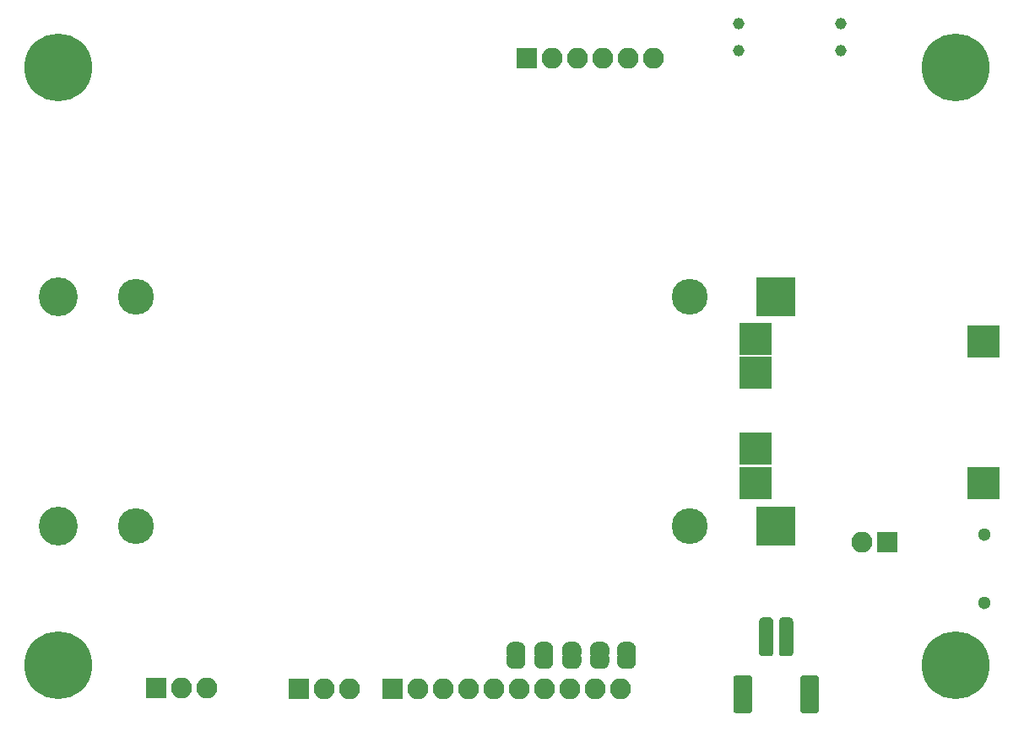
<source format=gbr>
G04 #@! TF.GenerationSoftware,KiCad,Pcbnew,(5.1.5-0-10_14)*
G04 #@! TF.CreationDate,2020-04-19T20:25:50+02:00*
G04 #@! TF.ProjectId,inuk-base,696e756b-2d62-4617-9365-2e6b69636164,rev?*
G04 #@! TF.SameCoordinates,Original*
G04 #@! TF.FileFunction,Soldermask,Bot*
G04 #@! TF.FilePolarity,Negative*
%FSLAX46Y46*%
G04 Gerber Fmt 4.6, Leading zero omitted, Abs format (unit mm)*
G04 Created by KiCad (PCBNEW (5.1.5-0-10_14)) date 2020-04-19 20:25:50*
%MOMM*%
%LPD*%
G04 APERTURE LIST*
%ADD10O,2.100000X2.100000*%
%ADD11R,2.100000X2.100000*%
%ADD12C,1.150000*%
%ADD13C,0.100000*%
%ADD14C,1.300000*%
%ADD15R,3.200000X3.200000*%
%ADD16C,1.200000*%
%ADD17C,6.800000*%
%ADD18C,3.600000*%
%ADD19R,3.900000X3.900000*%
%ADD20C,3.900000*%
G04 APERTURE END LIST*
D10*
X96090000Y-142390000D03*
X98630000Y-142390000D03*
D11*
X93550000Y-142390000D03*
D10*
X101170000Y-142390000D03*
X103710000Y-142390000D03*
X106250000Y-142390000D03*
X108790000Y-142390000D03*
X111330000Y-142390000D03*
X113870000Y-142390000D03*
X116410000Y-142390000D03*
D12*
X138450000Y-75525000D03*
X138450000Y-78275000D03*
X128250000Y-75525000D03*
X128250000Y-78275000D03*
D13*
G36*
X129314372Y-141001525D02*
G01*
X129345112Y-141006085D01*
X129375257Y-141013636D01*
X129404516Y-141024105D01*
X129432609Y-141037392D01*
X129459264Y-141053368D01*
X129484224Y-141071880D01*
X129507250Y-141092750D01*
X129528120Y-141115776D01*
X129546632Y-141140736D01*
X129562608Y-141167391D01*
X129575895Y-141195484D01*
X129586364Y-141224743D01*
X129593915Y-141254888D01*
X129598475Y-141285628D01*
X129600000Y-141316667D01*
X129600000Y-144483333D01*
X129598475Y-144514372D01*
X129593915Y-144545112D01*
X129586364Y-144575257D01*
X129575895Y-144604516D01*
X129562608Y-144632609D01*
X129546632Y-144659264D01*
X129528120Y-144684224D01*
X129507250Y-144707250D01*
X129484224Y-144728120D01*
X129459264Y-144746632D01*
X129432609Y-144762608D01*
X129404516Y-144775895D01*
X129375257Y-144786364D01*
X129345112Y-144793915D01*
X129314372Y-144798475D01*
X129283333Y-144800000D01*
X128016667Y-144800000D01*
X127985628Y-144798475D01*
X127954888Y-144793915D01*
X127924743Y-144786364D01*
X127895484Y-144775895D01*
X127867391Y-144762608D01*
X127840736Y-144746632D01*
X127815776Y-144728120D01*
X127792750Y-144707250D01*
X127771880Y-144684224D01*
X127753368Y-144659264D01*
X127737392Y-144632609D01*
X127724105Y-144604516D01*
X127713636Y-144575257D01*
X127706085Y-144545112D01*
X127701525Y-144514372D01*
X127700000Y-144483333D01*
X127700000Y-141316667D01*
X127701525Y-141285628D01*
X127706085Y-141254888D01*
X127713636Y-141224743D01*
X127724105Y-141195484D01*
X127737392Y-141167391D01*
X127753368Y-141140736D01*
X127771880Y-141115776D01*
X127792750Y-141092750D01*
X127815776Y-141071880D01*
X127840736Y-141053368D01*
X127867391Y-141037392D01*
X127895484Y-141024105D01*
X127924743Y-141013636D01*
X127954888Y-141006085D01*
X127985628Y-141001525D01*
X128016667Y-141000000D01*
X129283333Y-141000000D01*
X129314372Y-141001525D01*
G37*
G36*
X136014372Y-141001525D02*
G01*
X136045112Y-141006085D01*
X136075257Y-141013636D01*
X136104516Y-141024105D01*
X136132609Y-141037392D01*
X136159264Y-141053368D01*
X136184224Y-141071880D01*
X136207250Y-141092750D01*
X136228120Y-141115776D01*
X136246632Y-141140736D01*
X136262608Y-141167391D01*
X136275895Y-141195484D01*
X136286364Y-141224743D01*
X136293915Y-141254888D01*
X136298475Y-141285628D01*
X136300000Y-141316667D01*
X136300000Y-144483333D01*
X136298475Y-144514372D01*
X136293915Y-144545112D01*
X136286364Y-144575257D01*
X136275895Y-144604516D01*
X136262608Y-144632609D01*
X136246632Y-144659264D01*
X136228120Y-144684224D01*
X136207250Y-144707250D01*
X136184224Y-144728120D01*
X136159264Y-144746632D01*
X136132609Y-144762608D01*
X136104516Y-144775895D01*
X136075257Y-144786364D01*
X136045112Y-144793915D01*
X136014372Y-144798475D01*
X135983333Y-144800000D01*
X134716667Y-144800000D01*
X134685628Y-144798475D01*
X134654888Y-144793915D01*
X134624743Y-144786364D01*
X134595484Y-144775895D01*
X134567391Y-144762608D01*
X134540736Y-144746632D01*
X134515776Y-144728120D01*
X134492750Y-144707250D01*
X134471880Y-144684224D01*
X134453368Y-144659264D01*
X134437392Y-144632609D01*
X134424105Y-144604516D01*
X134413636Y-144575257D01*
X134406085Y-144545112D01*
X134401525Y-144514372D01*
X134400000Y-144483333D01*
X134400000Y-141316667D01*
X134401525Y-141285628D01*
X134406085Y-141254888D01*
X134413636Y-141224743D01*
X134424105Y-141195484D01*
X134437392Y-141167391D01*
X134453368Y-141140736D01*
X134471880Y-141115776D01*
X134492750Y-141092750D01*
X134515776Y-141071880D01*
X134540736Y-141053368D01*
X134567391Y-141037392D01*
X134595484Y-141024105D01*
X134624743Y-141013636D01*
X134654888Y-141006085D01*
X134685628Y-141001525D01*
X134716667Y-141000000D01*
X135983333Y-141000000D01*
X136014372Y-141001525D01*
G37*
G36*
X131384306Y-135201685D02*
G01*
X131418282Y-135206725D01*
X131451600Y-135215071D01*
X131483939Y-135226642D01*
X131514989Y-135241328D01*
X131544450Y-135258986D01*
X131572038Y-135279446D01*
X131597487Y-135302513D01*
X131620554Y-135327962D01*
X131641014Y-135355550D01*
X131658672Y-135385011D01*
X131673358Y-135416061D01*
X131684929Y-135448400D01*
X131693275Y-135481718D01*
X131698315Y-135515694D01*
X131700000Y-135550000D01*
X131700000Y-138750000D01*
X131698315Y-138784306D01*
X131693275Y-138818282D01*
X131684929Y-138851600D01*
X131673358Y-138883939D01*
X131658672Y-138914989D01*
X131641014Y-138944450D01*
X131620554Y-138972038D01*
X131597487Y-138997487D01*
X131572038Y-139020554D01*
X131544450Y-139041014D01*
X131514989Y-139058672D01*
X131483939Y-139073358D01*
X131451600Y-139084929D01*
X131418282Y-139093275D01*
X131384306Y-139098315D01*
X131350000Y-139100000D01*
X130650000Y-139100000D01*
X130615694Y-139098315D01*
X130581718Y-139093275D01*
X130548400Y-139084929D01*
X130516061Y-139073358D01*
X130485011Y-139058672D01*
X130455550Y-139041014D01*
X130427962Y-139020554D01*
X130402513Y-138997487D01*
X130379446Y-138972038D01*
X130358986Y-138944450D01*
X130341328Y-138914989D01*
X130326642Y-138883939D01*
X130315071Y-138851600D01*
X130306725Y-138818282D01*
X130301685Y-138784306D01*
X130300000Y-138750000D01*
X130300000Y-135550000D01*
X130301685Y-135515694D01*
X130306725Y-135481718D01*
X130315071Y-135448400D01*
X130326642Y-135416061D01*
X130341328Y-135385011D01*
X130358986Y-135355550D01*
X130379446Y-135327962D01*
X130402513Y-135302513D01*
X130427962Y-135279446D01*
X130455550Y-135258986D01*
X130485011Y-135241328D01*
X130516061Y-135226642D01*
X130548400Y-135215071D01*
X130581718Y-135206725D01*
X130615694Y-135201685D01*
X130650000Y-135200000D01*
X131350000Y-135200000D01*
X131384306Y-135201685D01*
G37*
G36*
X133384306Y-135201685D02*
G01*
X133418282Y-135206725D01*
X133451600Y-135215071D01*
X133483939Y-135226642D01*
X133514989Y-135241328D01*
X133544450Y-135258986D01*
X133572038Y-135279446D01*
X133597487Y-135302513D01*
X133620554Y-135327962D01*
X133641014Y-135355550D01*
X133658672Y-135385011D01*
X133673358Y-135416061D01*
X133684929Y-135448400D01*
X133693275Y-135481718D01*
X133698315Y-135515694D01*
X133700000Y-135550000D01*
X133700000Y-138750000D01*
X133698315Y-138784306D01*
X133693275Y-138818282D01*
X133684929Y-138851600D01*
X133673358Y-138883939D01*
X133658672Y-138914989D01*
X133641014Y-138944450D01*
X133620554Y-138972038D01*
X133597487Y-138997487D01*
X133572038Y-139020554D01*
X133544450Y-139041014D01*
X133514989Y-139058672D01*
X133483939Y-139073358D01*
X133451600Y-139084929D01*
X133418282Y-139093275D01*
X133384306Y-139098315D01*
X133350000Y-139100000D01*
X132650000Y-139100000D01*
X132615694Y-139098315D01*
X132581718Y-139093275D01*
X132548400Y-139084929D01*
X132516061Y-139073358D01*
X132485011Y-139058672D01*
X132455550Y-139041014D01*
X132427962Y-139020554D01*
X132402513Y-138997487D01*
X132379446Y-138972038D01*
X132358986Y-138944450D01*
X132341328Y-138914989D01*
X132326642Y-138883939D01*
X132315071Y-138851600D01*
X132306725Y-138818282D01*
X132301685Y-138784306D01*
X132300000Y-138750000D01*
X132300000Y-135550000D01*
X132301685Y-135515694D01*
X132306725Y-135481718D01*
X132315071Y-135448400D01*
X132326642Y-135416061D01*
X132341328Y-135385011D01*
X132358986Y-135355550D01*
X132379446Y-135327962D01*
X132402513Y-135302513D01*
X132427962Y-135279446D01*
X132455550Y-135258986D01*
X132485011Y-135241328D01*
X132516061Y-135226642D01*
X132548400Y-135215071D01*
X132581718Y-135206725D01*
X132615694Y-135201685D01*
X132650000Y-135200000D01*
X133350000Y-135200000D01*
X133384306Y-135201685D01*
G37*
D14*
X152900000Y-126900000D03*
X152900000Y-133700000D03*
D10*
X140560000Y-127600000D03*
D11*
X143100000Y-127600000D03*
D10*
X89180000Y-142400000D03*
X86640000Y-142400000D03*
D11*
X84100000Y-142400000D03*
D10*
X74940000Y-142300000D03*
X72400000Y-142300000D03*
D11*
X69860000Y-142300000D03*
D15*
X129900000Y-110600000D03*
X129900000Y-118200000D03*
X129900000Y-107200000D03*
X129900000Y-121700000D03*
X152800000Y-107500000D03*
X152800000Y-121700000D03*
D13*
G36*
X117949398Y-139656112D02*
G01*
X117949398Y-139674534D01*
X117948435Y-139694140D01*
X117943625Y-139742971D01*
X117940746Y-139762380D01*
X117931174Y-139810505D01*
X117926404Y-139829548D01*
X117912160Y-139876503D01*
X117905549Y-139894980D01*
X117886772Y-139940313D01*
X117878377Y-139958061D01*
X117855246Y-140001334D01*
X117845160Y-140018162D01*
X117817900Y-140058961D01*
X117806205Y-140074730D01*
X117775077Y-140112659D01*
X117761897Y-140127200D01*
X117727200Y-140161897D01*
X117712659Y-140175077D01*
X117674730Y-140206205D01*
X117658961Y-140217900D01*
X117618162Y-140245160D01*
X117601334Y-140255246D01*
X117558061Y-140278377D01*
X117540313Y-140286772D01*
X117494980Y-140305549D01*
X117476503Y-140312160D01*
X117429548Y-140326404D01*
X117410505Y-140331174D01*
X117362380Y-140340746D01*
X117342971Y-140343625D01*
X117294140Y-140348435D01*
X117274534Y-140349398D01*
X117256112Y-140349398D01*
X117250000Y-140350000D01*
X116750000Y-140350000D01*
X116743888Y-140349398D01*
X116725466Y-140349398D01*
X116705860Y-140348435D01*
X116657029Y-140343625D01*
X116637620Y-140340746D01*
X116589495Y-140331174D01*
X116570452Y-140326404D01*
X116523497Y-140312160D01*
X116505020Y-140305549D01*
X116459687Y-140286772D01*
X116441939Y-140278377D01*
X116398666Y-140255246D01*
X116381838Y-140245160D01*
X116341039Y-140217900D01*
X116325270Y-140206205D01*
X116287341Y-140175077D01*
X116272800Y-140161897D01*
X116238103Y-140127200D01*
X116224923Y-140112659D01*
X116193795Y-140074730D01*
X116182100Y-140058961D01*
X116154840Y-140018162D01*
X116144754Y-140001334D01*
X116121623Y-139958061D01*
X116113228Y-139940313D01*
X116094451Y-139894980D01*
X116087840Y-139876503D01*
X116073596Y-139829548D01*
X116068826Y-139810505D01*
X116059254Y-139762380D01*
X116056375Y-139742971D01*
X116051565Y-139694140D01*
X116050602Y-139674534D01*
X116050602Y-139656112D01*
X116050000Y-139650000D01*
X116050000Y-139150000D01*
X116053843Y-139110982D01*
X116065224Y-139073463D01*
X116083706Y-139038886D01*
X116108579Y-139008579D01*
X116138886Y-138983706D01*
X116173463Y-138965224D01*
X116210982Y-138953843D01*
X116250000Y-138950000D01*
X117750000Y-138950000D01*
X117789018Y-138953843D01*
X117826537Y-138965224D01*
X117861114Y-138983706D01*
X117891421Y-139008579D01*
X117916294Y-139038886D01*
X117934776Y-139073463D01*
X117946157Y-139110982D01*
X117950000Y-139150000D01*
X117950000Y-139650000D01*
X117949398Y-139656112D01*
G37*
G36*
X117946157Y-138889018D02*
G01*
X117934776Y-138926537D01*
X117916294Y-138961114D01*
X117891421Y-138991421D01*
X117861114Y-139016294D01*
X117826537Y-139034776D01*
X117789018Y-139046157D01*
X117750000Y-139050000D01*
X116250000Y-139050000D01*
X116210982Y-139046157D01*
X116173463Y-139034776D01*
X116138886Y-139016294D01*
X116108579Y-138991421D01*
X116083706Y-138961114D01*
X116065224Y-138926537D01*
X116053843Y-138889018D01*
X116050000Y-138850000D01*
X116050000Y-138350000D01*
X116050602Y-138343888D01*
X116050602Y-138325466D01*
X116051565Y-138305860D01*
X116056375Y-138257029D01*
X116059254Y-138237620D01*
X116068826Y-138189495D01*
X116073596Y-138170452D01*
X116087840Y-138123497D01*
X116094451Y-138105020D01*
X116113228Y-138059687D01*
X116121623Y-138041939D01*
X116144754Y-137998666D01*
X116154840Y-137981838D01*
X116182100Y-137941039D01*
X116193795Y-137925270D01*
X116224923Y-137887341D01*
X116238103Y-137872800D01*
X116272800Y-137838103D01*
X116287341Y-137824923D01*
X116325270Y-137793795D01*
X116341039Y-137782100D01*
X116381838Y-137754840D01*
X116398666Y-137744754D01*
X116441939Y-137721623D01*
X116459687Y-137713228D01*
X116505020Y-137694451D01*
X116523497Y-137687840D01*
X116570452Y-137673596D01*
X116589495Y-137668826D01*
X116637620Y-137659254D01*
X116657029Y-137656375D01*
X116705860Y-137651565D01*
X116725466Y-137650602D01*
X116743888Y-137650602D01*
X116750000Y-137650000D01*
X117250000Y-137650000D01*
X117256112Y-137650602D01*
X117274534Y-137650602D01*
X117294140Y-137651565D01*
X117342971Y-137656375D01*
X117362380Y-137659254D01*
X117410505Y-137668826D01*
X117429548Y-137673596D01*
X117476503Y-137687840D01*
X117494980Y-137694451D01*
X117540313Y-137713228D01*
X117558061Y-137721623D01*
X117601334Y-137744754D01*
X117618162Y-137754840D01*
X117658961Y-137782100D01*
X117674730Y-137793795D01*
X117712659Y-137824923D01*
X117727200Y-137838103D01*
X117761897Y-137872800D01*
X117775077Y-137887341D01*
X117806205Y-137925270D01*
X117817900Y-137941039D01*
X117845160Y-137981838D01*
X117855246Y-137998666D01*
X117878377Y-138041939D01*
X117886772Y-138059687D01*
X117905549Y-138105020D01*
X117912160Y-138123497D01*
X117926404Y-138170452D01*
X117931174Y-138189495D01*
X117940746Y-138237620D01*
X117943625Y-138257029D01*
X117948435Y-138305860D01*
X117949398Y-138325466D01*
X117949398Y-138343888D01*
X117950000Y-138350000D01*
X117950000Y-138850000D01*
X117946157Y-138889018D01*
G37*
G36*
X115249398Y-139656112D02*
G01*
X115249398Y-139674534D01*
X115248435Y-139694140D01*
X115243625Y-139742971D01*
X115240746Y-139762380D01*
X115231174Y-139810505D01*
X115226404Y-139829548D01*
X115212160Y-139876503D01*
X115205549Y-139894980D01*
X115186772Y-139940313D01*
X115178377Y-139958061D01*
X115155246Y-140001334D01*
X115145160Y-140018162D01*
X115117900Y-140058961D01*
X115106205Y-140074730D01*
X115075077Y-140112659D01*
X115061897Y-140127200D01*
X115027200Y-140161897D01*
X115012659Y-140175077D01*
X114974730Y-140206205D01*
X114958961Y-140217900D01*
X114918162Y-140245160D01*
X114901334Y-140255246D01*
X114858061Y-140278377D01*
X114840313Y-140286772D01*
X114794980Y-140305549D01*
X114776503Y-140312160D01*
X114729548Y-140326404D01*
X114710505Y-140331174D01*
X114662380Y-140340746D01*
X114642971Y-140343625D01*
X114594140Y-140348435D01*
X114574534Y-140349398D01*
X114556112Y-140349398D01*
X114550000Y-140350000D01*
X114050000Y-140350000D01*
X114043888Y-140349398D01*
X114025466Y-140349398D01*
X114005860Y-140348435D01*
X113957029Y-140343625D01*
X113937620Y-140340746D01*
X113889495Y-140331174D01*
X113870452Y-140326404D01*
X113823497Y-140312160D01*
X113805020Y-140305549D01*
X113759687Y-140286772D01*
X113741939Y-140278377D01*
X113698666Y-140255246D01*
X113681838Y-140245160D01*
X113641039Y-140217900D01*
X113625270Y-140206205D01*
X113587341Y-140175077D01*
X113572800Y-140161897D01*
X113538103Y-140127200D01*
X113524923Y-140112659D01*
X113493795Y-140074730D01*
X113482100Y-140058961D01*
X113454840Y-140018162D01*
X113444754Y-140001334D01*
X113421623Y-139958061D01*
X113413228Y-139940313D01*
X113394451Y-139894980D01*
X113387840Y-139876503D01*
X113373596Y-139829548D01*
X113368826Y-139810505D01*
X113359254Y-139762380D01*
X113356375Y-139742971D01*
X113351565Y-139694140D01*
X113350602Y-139674534D01*
X113350602Y-139656112D01*
X113350000Y-139650000D01*
X113350000Y-139150000D01*
X113353843Y-139110982D01*
X113365224Y-139073463D01*
X113383706Y-139038886D01*
X113408579Y-139008579D01*
X113438886Y-138983706D01*
X113473463Y-138965224D01*
X113510982Y-138953843D01*
X113550000Y-138950000D01*
X115050000Y-138950000D01*
X115089018Y-138953843D01*
X115126537Y-138965224D01*
X115161114Y-138983706D01*
X115191421Y-139008579D01*
X115216294Y-139038886D01*
X115234776Y-139073463D01*
X115246157Y-139110982D01*
X115250000Y-139150000D01*
X115250000Y-139650000D01*
X115249398Y-139656112D01*
G37*
G36*
X115246157Y-138889018D02*
G01*
X115234776Y-138926537D01*
X115216294Y-138961114D01*
X115191421Y-138991421D01*
X115161114Y-139016294D01*
X115126537Y-139034776D01*
X115089018Y-139046157D01*
X115050000Y-139050000D01*
X113550000Y-139050000D01*
X113510982Y-139046157D01*
X113473463Y-139034776D01*
X113438886Y-139016294D01*
X113408579Y-138991421D01*
X113383706Y-138961114D01*
X113365224Y-138926537D01*
X113353843Y-138889018D01*
X113350000Y-138850000D01*
X113350000Y-138350000D01*
X113350602Y-138343888D01*
X113350602Y-138325466D01*
X113351565Y-138305860D01*
X113356375Y-138257029D01*
X113359254Y-138237620D01*
X113368826Y-138189495D01*
X113373596Y-138170452D01*
X113387840Y-138123497D01*
X113394451Y-138105020D01*
X113413228Y-138059687D01*
X113421623Y-138041939D01*
X113444754Y-137998666D01*
X113454840Y-137981838D01*
X113482100Y-137941039D01*
X113493795Y-137925270D01*
X113524923Y-137887341D01*
X113538103Y-137872800D01*
X113572800Y-137838103D01*
X113587341Y-137824923D01*
X113625270Y-137793795D01*
X113641039Y-137782100D01*
X113681838Y-137754840D01*
X113698666Y-137744754D01*
X113741939Y-137721623D01*
X113759687Y-137713228D01*
X113805020Y-137694451D01*
X113823497Y-137687840D01*
X113870452Y-137673596D01*
X113889495Y-137668826D01*
X113937620Y-137659254D01*
X113957029Y-137656375D01*
X114005860Y-137651565D01*
X114025466Y-137650602D01*
X114043888Y-137650602D01*
X114050000Y-137650000D01*
X114550000Y-137650000D01*
X114556112Y-137650602D01*
X114574534Y-137650602D01*
X114594140Y-137651565D01*
X114642971Y-137656375D01*
X114662380Y-137659254D01*
X114710505Y-137668826D01*
X114729548Y-137673596D01*
X114776503Y-137687840D01*
X114794980Y-137694451D01*
X114840313Y-137713228D01*
X114858061Y-137721623D01*
X114901334Y-137744754D01*
X114918162Y-137754840D01*
X114958961Y-137782100D01*
X114974730Y-137793795D01*
X115012659Y-137824923D01*
X115027200Y-137838103D01*
X115061897Y-137872800D01*
X115075077Y-137887341D01*
X115106205Y-137925270D01*
X115117900Y-137941039D01*
X115145160Y-137981838D01*
X115155246Y-137998666D01*
X115178377Y-138041939D01*
X115186772Y-138059687D01*
X115205549Y-138105020D01*
X115212160Y-138123497D01*
X115226404Y-138170452D01*
X115231174Y-138189495D01*
X115240746Y-138237620D01*
X115243625Y-138257029D01*
X115248435Y-138305860D01*
X115249398Y-138325466D01*
X115249398Y-138343888D01*
X115250000Y-138350000D01*
X115250000Y-138850000D01*
X115246157Y-138889018D01*
G37*
G36*
X112449398Y-139656112D02*
G01*
X112449398Y-139674534D01*
X112448435Y-139694140D01*
X112443625Y-139742971D01*
X112440746Y-139762380D01*
X112431174Y-139810505D01*
X112426404Y-139829548D01*
X112412160Y-139876503D01*
X112405549Y-139894980D01*
X112386772Y-139940313D01*
X112378377Y-139958061D01*
X112355246Y-140001334D01*
X112345160Y-140018162D01*
X112317900Y-140058961D01*
X112306205Y-140074730D01*
X112275077Y-140112659D01*
X112261897Y-140127200D01*
X112227200Y-140161897D01*
X112212659Y-140175077D01*
X112174730Y-140206205D01*
X112158961Y-140217900D01*
X112118162Y-140245160D01*
X112101334Y-140255246D01*
X112058061Y-140278377D01*
X112040313Y-140286772D01*
X111994980Y-140305549D01*
X111976503Y-140312160D01*
X111929548Y-140326404D01*
X111910505Y-140331174D01*
X111862380Y-140340746D01*
X111842971Y-140343625D01*
X111794140Y-140348435D01*
X111774534Y-140349398D01*
X111756112Y-140349398D01*
X111750000Y-140350000D01*
X111250000Y-140350000D01*
X111243888Y-140349398D01*
X111225466Y-140349398D01*
X111205860Y-140348435D01*
X111157029Y-140343625D01*
X111137620Y-140340746D01*
X111089495Y-140331174D01*
X111070452Y-140326404D01*
X111023497Y-140312160D01*
X111005020Y-140305549D01*
X110959687Y-140286772D01*
X110941939Y-140278377D01*
X110898666Y-140255246D01*
X110881838Y-140245160D01*
X110841039Y-140217900D01*
X110825270Y-140206205D01*
X110787341Y-140175077D01*
X110772800Y-140161897D01*
X110738103Y-140127200D01*
X110724923Y-140112659D01*
X110693795Y-140074730D01*
X110682100Y-140058961D01*
X110654840Y-140018162D01*
X110644754Y-140001334D01*
X110621623Y-139958061D01*
X110613228Y-139940313D01*
X110594451Y-139894980D01*
X110587840Y-139876503D01*
X110573596Y-139829548D01*
X110568826Y-139810505D01*
X110559254Y-139762380D01*
X110556375Y-139742971D01*
X110551565Y-139694140D01*
X110550602Y-139674534D01*
X110550602Y-139656112D01*
X110550000Y-139650000D01*
X110550000Y-139150000D01*
X110553843Y-139110982D01*
X110565224Y-139073463D01*
X110583706Y-139038886D01*
X110608579Y-139008579D01*
X110638886Y-138983706D01*
X110673463Y-138965224D01*
X110710982Y-138953843D01*
X110750000Y-138950000D01*
X112250000Y-138950000D01*
X112289018Y-138953843D01*
X112326537Y-138965224D01*
X112361114Y-138983706D01*
X112391421Y-139008579D01*
X112416294Y-139038886D01*
X112434776Y-139073463D01*
X112446157Y-139110982D01*
X112450000Y-139150000D01*
X112450000Y-139650000D01*
X112449398Y-139656112D01*
G37*
G36*
X112446157Y-138889018D02*
G01*
X112434776Y-138926537D01*
X112416294Y-138961114D01*
X112391421Y-138991421D01*
X112361114Y-139016294D01*
X112326537Y-139034776D01*
X112289018Y-139046157D01*
X112250000Y-139050000D01*
X110750000Y-139050000D01*
X110710982Y-139046157D01*
X110673463Y-139034776D01*
X110638886Y-139016294D01*
X110608579Y-138991421D01*
X110583706Y-138961114D01*
X110565224Y-138926537D01*
X110553843Y-138889018D01*
X110550000Y-138850000D01*
X110550000Y-138350000D01*
X110550602Y-138343888D01*
X110550602Y-138325466D01*
X110551565Y-138305860D01*
X110556375Y-138257029D01*
X110559254Y-138237620D01*
X110568826Y-138189495D01*
X110573596Y-138170452D01*
X110587840Y-138123497D01*
X110594451Y-138105020D01*
X110613228Y-138059687D01*
X110621623Y-138041939D01*
X110644754Y-137998666D01*
X110654840Y-137981838D01*
X110682100Y-137941039D01*
X110693795Y-137925270D01*
X110724923Y-137887341D01*
X110738103Y-137872800D01*
X110772800Y-137838103D01*
X110787341Y-137824923D01*
X110825270Y-137793795D01*
X110841039Y-137782100D01*
X110881838Y-137754840D01*
X110898666Y-137744754D01*
X110941939Y-137721623D01*
X110959687Y-137713228D01*
X111005020Y-137694451D01*
X111023497Y-137687840D01*
X111070452Y-137673596D01*
X111089495Y-137668826D01*
X111137620Y-137659254D01*
X111157029Y-137656375D01*
X111205860Y-137651565D01*
X111225466Y-137650602D01*
X111243888Y-137650602D01*
X111250000Y-137650000D01*
X111750000Y-137650000D01*
X111756112Y-137650602D01*
X111774534Y-137650602D01*
X111794140Y-137651565D01*
X111842971Y-137656375D01*
X111862380Y-137659254D01*
X111910505Y-137668826D01*
X111929548Y-137673596D01*
X111976503Y-137687840D01*
X111994980Y-137694451D01*
X112040313Y-137713228D01*
X112058061Y-137721623D01*
X112101334Y-137744754D01*
X112118162Y-137754840D01*
X112158961Y-137782100D01*
X112174730Y-137793795D01*
X112212659Y-137824923D01*
X112227200Y-137838103D01*
X112261897Y-137872800D01*
X112275077Y-137887341D01*
X112306205Y-137925270D01*
X112317900Y-137941039D01*
X112345160Y-137981838D01*
X112355246Y-137998666D01*
X112378377Y-138041939D01*
X112386772Y-138059687D01*
X112405549Y-138105020D01*
X112412160Y-138123497D01*
X112426404Y-138170452D01*
X112431174Y-138189495D01*
X112440746Y-138237620D01*
X112443625Y-138257029D01*
X112448435Y-138305860D01*
X112449398Y-138325466D01*
X112449398Y-138343888D01*
X112450000Y-138350000D01*
X112450000Y-138850000D01*
X112446157Y-138889018D01*
G37*
G36*
X109649398Y-139656112D02*
G01*
X109649398Y-139674534D01*
X109648435Y-139694140D01*
X109643625Y-139742971D01*
X109640746Y-139762380D01*
X109631174Y-139810505D01*
X109626404Y-139829548D01*
X109612160Y-139876503D01*
X109605549Y-139894980D01*
X109586772Y-139940313D01*
X109578377Y-139958061D01*
X109555246Y-140001334D01*
X109545160Y-140018162D01*
X109517900Y-140058961D01*
X109506205Y-140074730D01*
X109475077Y-140112659D01*
X109461897Y-140127200D01*
X109427200Y-140161897D01*
X109412659Y-140175077D01*
X109374730Y-140206205D01*
X109358961Y-140217900D01*
X109318162Y-140245160D01*
X109301334Y-140255246D01*
X109258061Y-140278377D01*
X109240313Y-140286772D01*
X109194980Y-140305549D01*
X109176503Y-140312160D01*
X109129548Y-140326404D01*
X109110505Y-140331174D01*
X109062380Y-140340746D01*
X109042971Y-140343625D01*
X108994140Y-140348435D01*
X108974534Y-140349398D01*
X108956112Y-140349398D01*
X108950000Y-140350000D01*
X108450000Y-140350000D01*
X108443888Y-140349398D01*
X108425466Y-140349398D01*
X108405860Y-140348435D01*
X108357029Y-140343625D01*
X108337620Y-140340746D01*
X108289495Y-140331174D01*
X108270452Y-140326404D01*
X108223497Y-140312160D01*
X108205020Y-140305549D01*
X108159687Y-140286772D01*
X108141939Y-140278377D01*
X108098666Y-140255246D01*
X108081838Y-140245160D01*
X108041039Y-140217900D01*
X108025270Y-140206205D01*
X107987341Y-140175077D01*
X107972800Y-140161897D01*
X107938103Y-140127200D01*
X107924923Y-140112659D01*
X107893795Y-140074730D01*
X107882100Y-140058961D01*
X107854840Y-140018162D01*
X107844754Y-140001334D01*
X107821623Y-139958061D01*
X107813228Y-139940313D01*
X107794451Y-139894980D01*
X107787840Y-139876503D01*
X107773596Y-139829548D01*
X107768826Y-139810505D01*
X107759254Y-139762380D01*
X107756375Y-139742971D01*
X107751565Y-139694140D01*
X107750602Y-139674534D01*
X107750602Y-139656112D01*
X107750000Y-139650000D01*
X107750000Y-139150000D01*
X107753843Y-139110982D01*
X107765224Y-139073463D01*
X107783706Y-139038886D01*
X107808579Y-139008579D01*
X107838886Y-138983706D01*
X107873463Y-138965224D01*
X107910982Y-138953843D01*
X107950000Y-138950000D01*
X109450000Y-138950000D01*
X109489018Y-138953843D01*
X109526537Y-138965224D01*
X109561114Y-138983706D01*
X109591421Y-139008579D01*
X109616294Y-139038886D01*
X109634776Y-139073463D01*
X109646157Y-139110982D01*
X109650000Y-139150000D01*
X109650000Y-139650000D01*
X109649398Y-139656112D01*
G37*
G36*
X109646157Y-138889018D02*
G01*
X109634776Y-138926537D01*
X109616294Y-138961114D01*
X109591421Y-138991421D01*
X109561114Y-139016294D01*
X109526537Y-139034776D01*
X109489018Y-139046157D01*
X109450000Y-139050000D01*
X107950000Y-139050000D01*
X107910982Y-139046157D01*
X107873463Y-139034776D01*
X107838886Y-139016294D01*
X107808579Y-138991421D01*
X107783706Y-138961114D01*
X107765224Y-138926537D01*
X107753843Y-138889018D01*
X107750000Y-138850000D01*
X107750000Y-138350000D01*
X107750602Y-138343888D01*
X107750602Y-138325466D01*
X107751565Y-138305860D01*
X107756375Y-138257029D01*
X107759254Y-138237620D01*
X107768826Y-138189495D01*
X107773596Y-138170452D01*
X107787840Y-138123497D01*
X107794451Y-138105020D01*
X107813228Y-138059687D01*
X107821623Y-138041939D01*
X107844754Y-137998666D01*
X107854840Y-137981838D01*
X107882100Y-137941039D01*
X107893795Y-137925270D01*
X107924923Y-137887341D01*
X107938103Y-137872800D01*
X107972800Y-137838103D01*
X107987341Y-137824923D01*
X108025270Y-137793795D01*
X108041039Y-137782100D01*
X108081838Y-137754840D01*
X108098666Y-137744754D01*
X108141939Y-137721623D01*
X108159687Y-137713228D01*
X108205020Y-137694451D01*
X108223497Y-137687840D01*
X108270452Y-137673596D01*
X108289495Y-137668826D01*
X108337620Y-137659254D01*
X108357029Y-137656375D01*
X108405860Y-137651565D01*
X108425466Y-137650602D01*
X108443888Y-137650602D01*
X108450000Y-137650000D01*
X108950000Y-137650000D01*
X108956112Y-137650602D01*
X108974534Y-137650602D01*
X108994140Y-137651565D01*
X109042971Y-137656375D01*
X109062380Y-137659254D01*
X109110505Y-137668826D01*
X109129548Y-137673596D01*
X109176503Y-137687840D01*
X109194980Y-137694451D01*
X109240313Y-137713228D01*
X109258061Y-137721623D01*
X109301334Y-137744754D01*
X109318162Y-137754840D01*
X109358961Y-137782100D01*
X109374730Y-137793795D01*
X109412659Y-137824923D01*
X109427200Y-137838103D01*
X109461897Y-137872800D01*
X109475077Y-137887341D01*
X109506205Y-137925270D01*
X109517900Y-137941039D01*
X109545160Y-137981838D01*
X109555246Y-137998666D01*
X109578377Y-138041939D01*
X109586772Y-138059687D01*
X109605549Y-138105020D01*
X109612160Y-138123497D01*
X109626404Y-138170452D01*
X109631174Y-138189495D01*
X109640746Y-138237620D01*
X109643625Y-138257029D01*
X109648435Y-138305860D01*
X109649398Y-138325466D01*
X109649398Y-138343888D01*
X109650000Y-138350000D01*
X109650000Y-138850000D01*
X109646157Y-138889018D01*
G37*
G36*
X106849398Y-139656112D02*
G01*
X106849398Y-139674534D01*
X106848435Y-139694140D01*
X106843625Y-139742971D01*
X106840746Y-139762380D01*
X106831174Y-139810505D01*
X106826404Y-139829548D01*
X106812160Y-139876503D01*
X106805549Y-139894980D01*
X106786772Y-139940313D01*
X106778377Y-139958061D01*
X106755246Y-140001334D01*
X106745160Y-140018162D01*
X106717900Y-140058961D01*
X106706205Y-140074730D01*
X106675077Y-140112659D01*
X106661897Y-140127200D01*
X106627200Y-140161897D01*
X106612659Y-140175077D01*
X106574730Y-140206205D01*
X106558961Y-140217900D01*
X106518162Y-140245160D01*
X106501334Y-140255246D01*
X106458061Y-140278377D01*
X106440313Y-140286772D01*
X106394980Y-140305549D01*
X106376503Y-140312160D01*
X106329548Y-140326404D01*
X106310505Y-140331174D01*
X106262380Y-140340746D01*
X106242971Y-140343625D01*
X106194140Y-140348435D01*
X106174534Y-140349398D01*
X106156112Y-140349398D01*
X106150000Y-140350000D01*
X105650000Y-140350000D01*
X105643888Y-140349398D01*
X105625466Y-140349398D01*
X105605860Y-140348435D01*
X105557029Y-140343625D01*
X105537620Y-140340746D01*
X105489495Y-140331174D01*
X105470452Y-140326404D01*
X105423497Y-140312160D01*
X105405020Y-140305549D01*
X105359687Y-140286772D01*
X105341939Y-140278377D01*
X105298666Y-140255246D01*
X105281838Y-140245160D01*
X105241039Y-140217900D01*
X105225270Y-140206205D01*
X105187341Y-140175077D01*
X105172800Y-140161897D01*
X105138103Y-140127200D01*
X105124923Y-140112659D01*
X105093795Y-140074730D01*
X105082100Y-140058961D01*
X105054840Y-140018162D01*
X105044754Y-140001334D01*
X105021623Y-139958061D01*
X105013228Y-139940313D01*
X104994451Y-139894980D01*
X104987840Y-139876503D01*
X104973596Y-139829548D01*
X104968826Y-139810505D01*
X104959254Y-139762380D01*
X104956375Y-139742971D01*
X104951565Y-139694140D01*
X104950602Y-139674534D01*
X104950602Y-139656112D01*
X104950000Y-139650000D01*
X104950000Y-139150000D01*
X104953843Y-139110982D01*
X104965224Y-139073463D01*
X104983706Y-139038886D01*
X105008579Y-139008579D01*
X105038886Y-138983706D01*
X105073463Y-138965224D01*
X105110982Y-138953843D01*
X105150000Y-138950000D01*
X106650000Y-138950000D01*
X106689018Y-138953843D01*
X106726537Y-138965224D01*
X106761114Y-138983706D01*
X106791421Y-139008579D01*
X106816294Y-139038886D01*
X106834776Y-139073463D01*
X106846157Y-139110982D01*
X106850000Y-139150000D01*
X106850000Y-139650000D01*
X106849398Y-139656112D01*
G37*
G36*
X106846157Y-138889018D02*
G01*
X106834776Y-138926537D01*
X106816294Y-138961114D01*
X106791421Y-138991421D01*
X106761114Y-139016294D01*
X106726537Y-139034776D01*
X106689018Y-139046157D01*
X106650000Y-139050000D01*
X105150000Y-139050000D01*
X105110982Y-139046157D01*
X105073463Y-139034776D01*
X105038886Y-139016294D01*
X105008579Y-138991421D01*
X104983706Y-138961114D01*
X104965224Y-138926537D01*
X104953843Y-138889018D01*
X104950000Y-138850000D01*
X104950000Y-138350000D01*
X104950602Y-138343888D01*
X104950602Y-138325466D01*
X104951565Y-138305860D01*
X104956375Y-138257029D01*
X104959254Y-138237620D01*
X104968826Y-138189495D01*
X104973596Y-138170452D01*
X104987840Y-138123497D01*
X104994451Y-138105020D01*
X105013228Y-138059687D01*
X105021623Y-138041939D01*
X105044754Y-137998666D01*
X105054840Y-137981838D01*
X105082100Y-137941039D01*
X105093795Y-137925270D01*
X105124923Y-137887341D01*
X105138103Y-137872800D01*
X105172800Y-137838103D01*
X105187341Y-137824923D01*
X105225270Y-137793795D01*
X105241039Y-137782100D01*
X105281838Y-137754840D01*
X105298666Y-137744754D01*
X105341939Y-137721623D01*
X105359687Y-137713228D01*
X105405020Y-137694451D01*
X105423497Y-137687840D01*
X105470452Y-137673596D01*
X105489495Y-137668826D01*
X105537620Y-137659254D01*
X105557029Y-137656375D01*
X105605860Y-137651565D01*
X105625466Y-137650602D01*
X105643888Y-137650602D01*
X105650000Y-137650000D01*
X106150000Y-137650000D01*
X106156112Y-137650602D01*
X106174534Y-137650602D01*
X106194140Y-137651565D01*
X106242971Y-137656375D01*
X106262380Y-137659254D01*
X106310505Y-137668826D01*
X106329548Y-137673596D01*
X106376503Y-137687840D01*
X106394980Y-137694451D01*
X106440313Y-137713228D01*
X106458061Y-137721623D01*
X106501334Y-137744754D01*
X106518162Y-137754840D01*
X106558961Y-137782100D01*
X106574730Y-137793795D01*
X106612659Y-137824923D01*
X106627200Y-137838103D01*
X106661897Y-137872800D01*
X106675077Y-137887341D01*
X106706205Y-137925270D01*
X106717900Y-137941039D01*
X106745160Y-137981838D01*
X106755246Y-137998666D01*
X106778377Y-138041939D01*
X106786772Y-138059687D01*
X106805549Y-138105020D01*
X106812160Y-138123497D01*
X106826404Y-138170452D01*
X106831174Y-138189495D01*
X106840746Y-138237620D01*
X106843625Y-138257029D01*
X106848435Y-138305860D01*
X106849398Y-138325466D01*
X106849398Y-138343888D01*
X106850000Y-138350000D01*
X106850000Y-138850000D01*
X106846157Y-138889018D01*
G37*
D16*
X151697056Y-138302944D03*
X150000000Y-137600000D03*
X148302944Y-138302944D03*
X147600000Y-140000000D03*
X148302944Y-141697056D03*
X150000000Y-142400000D03*
X151697056Y-141697056D03*
X152400000Y-140000000D03*
D17*
X150000000Y-140000000D03*
D16*
X151697056Y-78302944D03*
X150000000Y-77600000D03*
X148302944Y-78302944D03*
X147600000Y-80000000D03*
X148302944Y-81697056D03*
X150000000Y-82400000D03*
X151697056Y-81697056D03*
X152400000Y-80000000D03*
D17*
X150000000Y-80000000D03*
D16*
X61697056Y-78302944D03*
X60000000Y-77600000D03*
X58302944Y-78302944D03*
X57600000Y-80000000D03*
X58302944Y-81697056D03*
X60000000Y-82400000D03*
X61697056Y-81697056D03*
X62400000Y-80000000D03*
D17*
X60000000Y-80000000D03*
D16*
X61697056Y-138302944D03*
X60000000Y-137600000D03*
X58302944Y-138302944D03*
X57600000Y-140000000D03*
X58302944Y-141697056D03*
X60000000Y-142400000D03*
X61697056Y-141697056D03*
X62400000Y-140000000D03*
D17*
X60000000Y-140000000D03*
D18*
X67745000Y-126000000D03*
X123355000Y-126000000D03*
D19*
X132000000Y-126000000D03*
D20*
X60000000Y-126000000D03*
D18*
X67745000Y-103000000D03*
X123355000Y-103000000D03*
D19*
X132000000Y-103000000D03*
D20*
X60000000Y-103000000D03*
D10*
X119700000Y-79000000D03*
X117160000Y-79000000D03*
X114620000Y-79000000D03*
X112080000Y-79000000D03*
X109540000Y-79000000D03*
D11*
X107000000Y-79000000D03*
M02*

</source>
